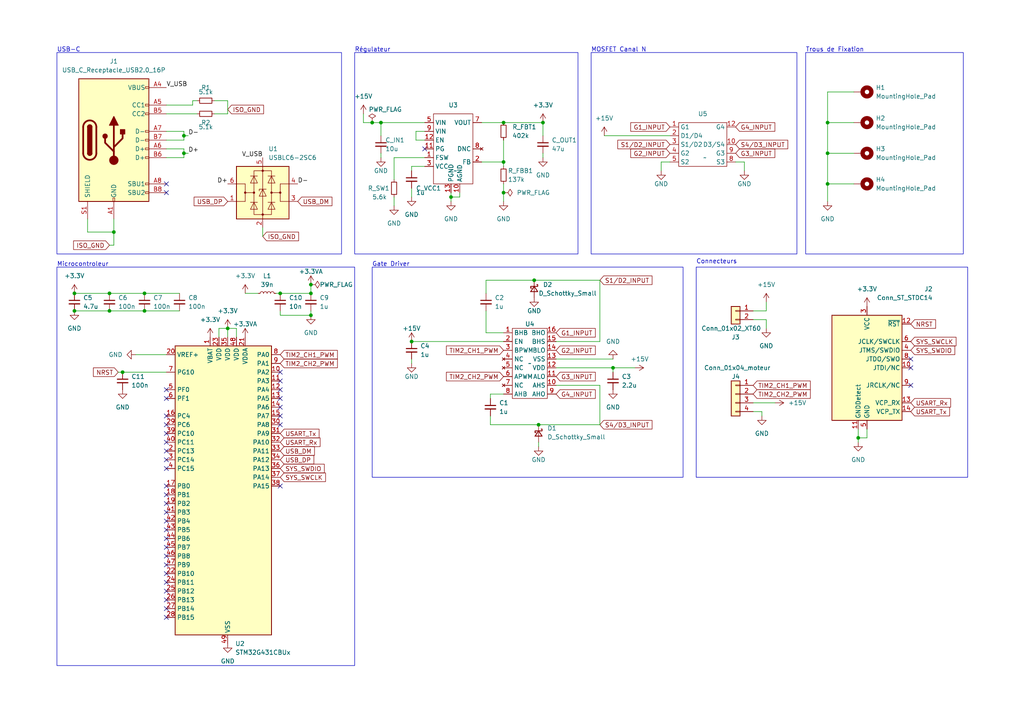
<source format=kicad_sch>
(kicad_sch (version 20230121) (generator eeschema)
  (paper "A4")
  (title_block (title "Carte_Controle_MCC") (company "ENSEA") (comment 1 "Paul CAILLAUD"))
  (lib_symbols
    (symbol "Connector:Conn_ST_STDC14"
      (property "Reference" "J" (at -8.89 16.51 0))
      (property "Value" "Conn_ST_STDC14" (at 17.78 16.51 0))
      (symbol "Conn_ST_STDC14_0_1"
        (rectangle (start -10.16 15.24) (end 10.16 -15.24) (stroke (width 0.254)) (fill (type background)))
      )
      (symbol "Conn_ST_STDC14_1_1"
        (pin no_connect line (at -10.16 5.08 0) (length 2.54) hide (name "NC") (number "1"))
        (pin output line (at 12.7 0 180) (length 2.54) (name "JTDI/NC") (number "10"))
        (pin passive line (at -2.54 -17.78 90) (length 2.54) (name "GNDDetect") (number "11"))
        (pin open_collector line (at 12.7 12.7 180) (length 2.54) (name "~{RST}") (number "12"))
        (pin output line (at 12.7 -10.16 180) (length 2.54) (name "VCP_RX") (number "13"))
        (pin input line (at 12.7 -12.7 180) (length 2.54) (name "VCP_TX") (number "14"))
        (pin no_connect line (at -10.16 2.54 0) (length 2.54) hide (name "NC") (number "2"))
        (pin power_in line (at 0 17.78 270) (length 2.54) (name "VCC") (number "3"))
        (pin bidirectional line (at 12.7 5.08 180) (length 2.54) (name "JTMS/SWDIO") (number "4"))
        (pin power_in line (at 0 -17.78 90) (length 2.54) (name "GND") (number "5"))
        (pin output line (at 12.7 7.62 180) (length 2.54) (name "JCLK/SWCLK") (number "6"))
        (pin passive line (at 0 -17.78 90) (length 2.54) hide (name "GND") (number "7"))
        (pin input line (at 12.7 2.54 180) (length 2.54) (name "JTDO/SWO") (number "8"))
        (pin input line (at 12.7 -5.08 180) (length 2.54) (name "JRCLK/NC") (number "9"))
      )
    )
    (symbol "Connector:USB_C_Receptacle_USB2.0_16P" (pin_names (offset 1.016))
      (property "Reference" "J" (at 0 22.225 0))
      (property "Value" "USB_C_Receptacle_USB2.0_16P" (at 0 19.685 0))
      (symbol "USB_C_Receptacle_USB2.0_16P_0_0"
        (rectangle (start -0.254 -17.78) (end 0.254 -16.764))
        (rectangle (start 10.16 -14.986) (end 9.144 -15.494))
        (rectangle (start 10.16 -12.446) (end 9.144 -12.954))
        (rectangle (start 10.16 -4.826) (end 9.144 -5.334))
        (rectangle (start 10.16 -2.286) (end 9.144 -2.794))
        (rectangle (start 10.16 0.254) (end 9.144 -0.254))
        (rectangle (start 10.16 2.794) (end 9.144 2.286))
        (rectangle (start 10.16 7.874) (end 9.144 7.366))
        (rectangle (start 10.16 10.414) (end 9.144 9.906))
        (rectangle (start 10.16 15.494) (end 9.144 14.986))
      )
      (symbol "USB_C_Receptacle_USB2.0_16P_0_1"
        (rectangle (start -10.16 17.78) (end 10.16 -17.78) (stroke (width 0.254)) (fill (type background)))
        (arc (start -8.89 -3.81) (mid -6.985 -5.7067) (end -5.08 -3.81) (stroke (width 0.508)))
        (arc (start -7.62 -3.81) (mid -6.985 -4.4423) (end -6.35 -3.81) (stroke (width 0.254)))
        (arc (start -7.62 -3.81) (mid -6.985 -4.4423) (end -6.35 -3.81) (stroke (width 0.254)) (fill (type outline)))
        (rectangle (start -7.62 -3.81) (end -6.35 3.81) (stroke (width 0.254)) (fill (type outline)))
        (arc (start -6.35 3.81) (mid -6.985 4.4423) (end -7.62 3.81) (stroke (width 0.254)))
        (arc (start -6.35 3.81) (mid -6.985 4.4423) (end -7.62 3.81) (stroke (width 0.254)) (fill (type outline)))
        (arc (start -5.08 3.81) (mid -6.985 5.7067) (end -8.89 3.81) (stroke (width 0.508)))
        (circle (center -2.54 1.143) (radius 0.635) (stroke (width 0.254)) (fill (type outline)))
        (circle (center 0 -5.842) (radius 1.27) (fill (type outline)))
        (polyline (pts (xy -8.89 -3.81) (xy -8.89 3.81)) (stroke (width 0.508)))
        (polyline (pts (xy -5.08 3.81) (xy -5.08 -3.81)) (stroke (width 0.508)))
        (polyline (pts (xy 0 -5.842) (xy 0 4.318)) (stroke (width 0.508)))
        (polyline (pts (xy 0 -3.302) (xy -2.54 -0.762) (xy -2.54 0.508)) (stroke (width 0.508)))
        (polyline (pts (xy 0 -2.032) (xy 2.54 0.508) (xy 2.54 1.778)) (stroke (width 0.508)))
        (polyline (pts (xy -1.27 4.318) (xy 0 6.858) (xy 1.27 4.318) (xy -1.27 4.318)) (stroke (width 0.254)) (fill (type outline)))
        (rectangle (start 1.905 1.778) (end 3.175 3.048) (stroke (width 0.254)) (fill (type outline)))
      )
      (symbol "USB_C_Receptacle_USB2.0_16P_1_1"
        (pin passive line (at 0 -22.86 90) (length 5.08) (name "GND") (number "A1"))
        (pin passive line (at 0 -22.86 90) (length 5.08) hide (name "GND") (number "A12"))
        (pin passive line (at 15.24 15.24 180) (length 5.08) (name "VBUS") (number "A4"))
        (pin bidirectional line (at 15.24 10.16 180) (length 5.08) (name "CC1") (number "A5"))
        (pin bidirectional line (at 15.24 -2.54 180) (length 5.08) (name "D+") (number "A6"))
        (pin bidirectional line (at 15.24 2.54 180) (length 5.08) (name "D-") (number "A7"))
        (pin bidirectional line (at 15.24 -12.7 180) (length 5.08) (name "SBU1") (number "A8"))
        (pin passive line (at 15.24 15.24 180) (length 5.08) hide (name "VBUS") (number "A9"))
        (pin passive line (at 0 -22.86 90) (length 5.08) hide (name "GND") (number "B1"))
        (pin passive line (at 0 -22.86 90) (length 5.08) hide (name "GND") (number "B12"))
        (pin passive line (at 15.24 15.24 180) (length 5.08) hide (name "VBUS") (number "B4"))
        (pin bidirectional line (at 15.24 7.62 180) (length 5.08) (name "CC2") (number "B5"))
        (pin bidirectional line (at 15.24 -5.08 180) (length 5.08) (name "D+") (number "B6"))
        (pin bidirectional line (at 15.24 0 180) (length 5.08) (name "D-") (number "B7"))
        (pin bidirectional line (at 15.24 -15.24 180) (length 5.08) (name "SBU2") (number "B8"))
        (pin passive line (at 15.24 15.24 180) (length 5.08) hide (name "VBUS") (number "B9"))
        (pin passive line (at -7.62 -22.86 90) (length 5.08) (name "SHIELD") (number "S1"))
      )
    )
    (symbol "Connector_Generic:Conn_01x02" (pin_names (offset 1.016) hide)
      (property "Reference" "J" (at 0 2.54 0))
      (property "Value" "Conn_01x02" (at 0 -5.08 0))
      (symbol "Conn_01x02_1_1"
        (rectangle (start -1.27 -2.413) (end 0 -2.667) (stroke (width 0.1524)))
        (rectangle (start -1.27 0.127) (end 0 -0.127) (stroke (width 0.1524)))
        (rectangle (start -1.27 1.27) (end 1.27 -3.81) (stroke (width 0.254)) (fill (type background)))
        (pin passive line (at -5.08 0 0) (length 3.81) (name "Pin_1") (number "1"))
        (pin passive line (at -5.08 -2.54 0) (length 3.81) (name "Pin_2") (number "2"))
      )
    )
    (symbol "Connector_Generic:Conn_01x04" (pin_names (offset 1.016) hide)
      (property "Reference" "J" (at 0 5.08 0))
      (property "Value" "Conn_01x04" (at 0 -7.62 0))
      (symbol "Conn_01x04_1_1"
        (rectangle (start -1.27 -4.953) (end 0 -5.207) (stroke (width 0.1524)))
        (rectangle (start -1.27 -2.413) (end 0 -2.667) (stroke (width 0.1524)))
        (rectangle (start -1.27 0.127) (end 0 -0.127) (stroke (width 0.1524)))
        (rectangle (start -1.27 2.667) (end 0 2.413) (stroke (width 0.1524)))
        (rectangle (start -1.27 3.81) (end 1.27 -6.35) (stroke (width 0.254)) (fill (type background)))
        (pin passive line (at -5.08 2.54 0) (length 3.81) (name "Pin_1") (number "1"))
        (pin passive line (at -5.08 0 0) (length 3.81) (name "Pin_2") (number "2"))
        (pin passive line (at -5.08 -2.54 0) (length 3.81) (name "Pin_3") (number "3"))
        (pin passive line (at -5.08 -5.08 0) (length 3.81) (name "Pin_4") (number "4"))
      )
    )
    (symbol "Device:C_Small" (pin_numbers hide) (pin_names (offset 0.254) hide)
      (property "Reference" "C" (at 0.254 1.778 0))
      (property "Value" "C_Small" (at 0.254 -2.032 0))
      (symbol "C_Small_0_1"
        (polyline (pts (xy -1.524 -0.508) (xy 1.524 -0.508)) (stroke (width 0.3302)))
        (polyline (pts (xy -1.524 0.508) (xy 1.524 0.508)) (stroke (width 0.3048)))
      )
      (symbol "C_Small_1_1"
        (pin passive line (at 0 2.54 270) (length 2.032) (name "~") (number "1"))
        (pin passive line (at 0 -2.54 90) (length 2.032) (name "~") (number "2"))
      )
    )
    (symbol "Device:D_Schottky_Small" (pin_numbers hide) (pin_names (offset 0.254) hide)
      (property "Reference" "D" (at -1.27 2.032 0))
      (property "Value" "D_Schottky_Small" (at -7.112 -2.032 0))
      (symbol "D_Schottky_Small_0_1"
        (polyline (pts (xy -0.762 0) (xy 0.762 0)))
        (polyline (pts (xy 0.762 -1.016) (xy -0.762 0) (xy 0.762 1.016) (xy 0.762 -1.016)) (stroke (width 0.254)))
        (polyline (pts (xy -1.27 0.762) (xy -1.27 1.016) (xy -0.762 1.016) (xy -0.762 -1.016) (xy -0.254 -1.016) (xy -0.254 -0.762)) (stroke (width 0.254)))
      )
      (symbol "D_Schottky_Small_1_1"
        (pin passive line (at -2.54 0 0) (length 1.778) (name "K") (number "1"))
        (pin passive line (at 2.54 0 180) (length 1.778) (name "A") (number "2"))
      )
    )
    (symbol "Device:L_Small" (pin_numbers hide) (pin_names (offset 0.254) hide)
      (property "Reference" "L" (at 0.762 1.016 0))
      (property "Value" "L_Small" (at 0.762 -1.016 0))
      (symbol "L_Small_0_1"
        (arc (start 0 -2.032) (mid 0.5058 -1.524) (end 0 -1.016))
        (arc (start 0 -1.016) (mid 0.5058 -0.508) (end 0 0))
        (arc (start 0 0) (mid 0.5058 0.508) (end 0 1.016))
        (arc (start 0 1.016) (mid 0.5058 1.524) (end 0 2.032))
      )
      (symbol "L_Small_1_1"
        (pin passive line (at 0 2.54 270) (length 0.508) (name "~") (number "1"))
        (pin passive line (at 0 -2.54 90) (length 0.508) (name "~") (number "2"))
      )
    )
    (symbol "Device:R_Small" (pin_numbers hide) (pin_names (offset 0.254) hide)
      (property "Reference" "R" (at 0.762 0.508 0))
      (property "Value" "R_Small" (at 0.762 -1.016 0))
      (symbol "R_Small_0_1"
        (rectangle (start -0.762 1.778) (end 0.762 -1.778) (stroke (width 0.2032)))
      )
      (symbol "R_Small_1_1"
        (pin passive line (at 0 2.54 270) (length 0.762) (name "~") (number "1"))
        (pin passive line (at 0 -2.54 90) (length 0.762) (name "~") (number "2"))
      )
    )
    (symbol "MCU_ST_STM32G4:STM32G431CBUx"
      (property "Reference" "U" (at -12.7 44.45 0))
      (property "Value" "STM32G431CBUx" (at 10.16 44.45 0))
      (symbol "STM32G431CBUx_0_1"
        (rectangle (start -12.7 -40.64) (end 15.24 43.18) (stroke (width 0.254)) (fill (type background)))
      )
      (symbol "STM32G431CBUx_1_1"
        (pin power_in line (at -2.54 45.72 270) (length 2.54) (name "VBAT") (number "1"))
        (pin bidirectional line (at 17.78 35.56 180) (length 2.54) (name "PA2") (number "10"))
        (pin bidirectional line (at 17.78 33.02 180) (length 2.54) (name "PA3") (number "11"))
        (pin bidirectional line (at 17.78 30.48 180) (length 2.54) (name "PA4") (number "12"))
        (pin bidirectional line (at 17.78 27.94 180) (length 2.54) (name "PA5") (number "13"))
        (pin bidirectional line (at 17.78 25.4 180) (length 2.54) (name "PA6") (number "14"))
        (pin bidirectional line (at 17.78 22.86 180) (length 2.54) (name "PA7") (number "15"))
        (pin bidirectional line (at -15.24 22.86 0) (length 2.54) (name "PC4") (number "16"))
        (pin bidirectional line (at -15.24 2.54 0) (length 2.54) (name "PB0") (number "17"))
        (pin bidirectional line (at -15.24 0 0) (length 2.54) (name "PB1") (number "18"))
        (pin bidirectional line (at -15.24 -2.54 0) (length 2.54) (name "PB2") (number "19"))
        (pin bidirectional line (at -15.24 12.7 0) (length 2.54) (name "PC13") (number "2"))
        (pin input line (at -15.24 40.64 0) (length 2.54) (name "VREF+") (number "20"))
        (pin power_in line (at 7.62 45.72 270) (length 2.54) (name "VDDA") (number "21"))
        (pin bidirectional line (at -15.24 -22.86 0) (length 2.54) (name "PB10") (number "22"))
        (pin power_in line (at 0 45.72 270) (length 2.54) (name "VDD") (number "23"))
        (pin bidirectional line (at -15.24 -25.4 0) (length 2.54) (name "PB11") (number "24"))
        (pin bidirectional line (at -15.24 -27.94 0) (length 2.54) (name "PB12") (number "25"))
        (pin bidirectional line (at -15.24 -30.48 0) (length 2.54) (name "PB13") (number "26"))
        (pin bidirectional line (at -15.24 -33.02 0) (length 2.54) (name "PB14") (number "27"))
        (pin bidirectional line (at -15.24 -35.56 0) (length 2.54) (name "PB15") (number "28"))
        (pin bidirectional line (at -15.24 20.32 0) (length 2.54) (name "PC6") (number "29"))
        (pin bidirectional line (at -15.24 10.16 0) (length 2.54) (name "PC14") (number "3"))
        (pin bidirectional line (at 17.78 20.32 180) (length 2.54) (name "PA8") (number "30"))
        (pin bidirectional line (at 17.78 17.78 180) (length 2.54) (name "PA9") (number "31"))
        (pin bidirectional line (at 17.78 15.24 180) (length 2.54) (name "PA10") (number "32"))
        (pin bidirectional line (at 17.78 12.7 180) (length 2.54) (name "PA11") (number "33"))
        (pin bidirectional line (at 17.78 10.16 180) (length 2.54) (name "PA12") (number "34"))
        (pin power_in line (at 2.54 45.72 270) (length 2.54) (name "VDD") (number "35"))
        (pin bidirectional line (at 17.78 7.62 180) (length 2.54) (name "PA13") (number "36"))
        (pin bidirectional line (at 17.78 5.08 180) (length 2.54) (name "PA14") (number "37"))
        (pin bidirectional line (at 17.78 2.54 180) (length 2.54) (name "PA15") (number "38"))
        (pin bidirectional line (at -15.24 17.78 0) (length 2.54) (name "PC10") (number "39"))
        (pin bidirectional line (at -15.24 7.62 0) (length 2.54) (name "PC15") (number "4"))
        (pin bidirectional line (at -15.24 15.24 0) (length 2.54) (name "PC11") (number "40"))
        (pin bidirectional line (at -15.24 -5.08 0) (length 2.54) (name "PB3") (number "41"))
        (pin bidirectional line (at -15.24 -7.62 0) (length 2.54) (name "PB4") (number "42"))
        (pin bidirectional line (at -15.24 -10.16 0) (length 2.54) (name "PB5") (number "43"))
        (pin bidirectional line (at -15.24 -12.7 0) (length 2.54) (name "PB6") (number "44"))
        (pin bidirectional line (at -15.24 -15.24 0) (length 2.54) (name "PB7") (number "45"))
        (pin bidirectional line (at -15.24 -17.78 0) (length 2.54) (name "PB8") (number "46"))
        (pin bidirectional line (at -15.24 -20.32 0) (length 2.54) (name "PB9") (number "47"))
        (pin power_in line (at 5.08 45.72 270) (length 2.54) (name "VDD") (number "48"))
        (pin power_in line (at 2.54 -43.18 90) (length 2.54) (name "VSS") (number "49"))
        (pin bidirectional line (at -15.24 30.48 0) (length 2.54) (name "PF0") (number "5"))
        (pin bidirectional line (at -15.24 27.94 0) (length 2.54) (name "PF1") (number "6"))
        (pin bidirectional line (at -15.24 35.56 0) (length 2.54) (name "PG10") (number "7"))
        (pin bidirectional line (at 17.78 40.64 180) (length 2.54) (name "PA0") (number "8"))
        (pin bidirectional line (at 17.78 38.1 180) (length 2.54) (name "PA1") (number "9"))
      )
    )
    (symbol "Maker:Gate__Driver_MIC4606-2YTS-TR"
      (property "Reference" "U" (at 0 11.43 0))
      (symbol "Gate__Driver_MIC4606-2YTS-TR_0_1"
        (rectangle (start -5.08 10.16) (end 5.08 -10.16))
      )
      (symbol "Gate__Driver_MIC4606-2YTS-TR_1_1"
        (pin passive line (at -7.62 8.89 0) (length 2.54) (name "BHB") (number "1"))
        (pin passive line (at 7.62 -6.35 180) (length 2.54) (name "AHS") (number "10"))
        (pin power_out line (at 7.62 -3.81 180) (length 2.54) (name "ALO") (number "11"))
        (pin power_in line (at 7.62 -1.27 180) (length 2.54) (name "VDD") (number "12"))
        (pin power_in line (at 7.62 1.27 180) (length 2.54) (name "VSS") (number "13"))
        (pin output line (at 7.62 3.81 180) (length 2.54) (name "BLO") (number "14"))
        (pin passive line (at 7.62 6.35 180) (length 2.54) (name "BHS") (number "15"))
        (pin output line (at 7.62 8.89 180) (length 2.54) (name "BHO") (number "16"))
        (pin input line (at -7.62 6.35 0) (length 2.54) (name "EN") (number "2"))
        (pin input line (at -7.62 3.81 0) (length 2.54) (name "BPWM") (number "3"))
        (pin no_connect line (at -7.62 1.27 0) (length 2.54) (name "NC") (number "4"))
        (pin no_connect line (at -7.62 -1.27 0) (length 2.54) (name "NC") (number "5"))
        (pin input line (at -7.62 -3.81 0) (length 2.54) (name "APWM") (number "6"))
        (pin no_connect line (at -7.62 -6.35 0) (length 2.54) (name "NC") (number "7"))
        (pin passive line (at -7.62 -8.89 0) (length 2.54) (name "AHB") (number "8"))
        (pin output line (at 7.62 -8.89 180) (length 2.54) (name "AHO") (number "9"))
      )
    )
    (symbol "Maker:Mosfet_FDMQ86530L"
      (property "Reference" "U" (at 0 10.16 0))
      (symbol "Mosfet_FDMQ86530L_0_1"
        (rectangle (start -7.62 7.62) (end 6.35 -5.08))
      )
      (symbol "Mosfet_FDMQ86530L_1_1"
        (pin input line (at -10.16 6.35 0) (length 2.54) (name "G1") (number "1"))
        (pin bidirectional line (at 8.89 1.27 180) (length 2.54) (name "D3/S4") (number "10"))
        (pin power_in line (at -10.16 3.81 0) (length 2.54) hide (name "D1/D4") (number "11"))
        (pin input line (at 8.89 6.35 180) (length 2.54) (name "G4") (number "12"))
        (pin power_in line (at -10.16 3.81 0) (length 2.54) hide (name "D1/D4") (number "13"))
        (pin bidirectional line (at -10.16 1.27 0) (length 2.54) hide (name "S1/D2") (number "14"))
        (pin bidirectional line (at 8.89 1.27 180) (length 2.54) hide (name "D3/S4") (number "15"))
        (pin power_in line (at -10.16 3.81 0) (length 2.54) (name "D1/D4") (number "2"))
        (pin bidirectional line (at -10.16 1.27 0) (length 2.54) (name "S1/D2") (number "3"))
        (pin input line (at -10.16 -1.27 0) (length 2.54) (name "G2") (number "4"))
        (pin power_in line (at -10.16 -3.81 0) (length 2.54) (name "S2") (number "5"))
        (pin power_in line (at -10.16 -3.81 0) (length 2.54) hide (name "S2") (number "6"))
        (pin power_in line (at 8.89 -3.81 180) (length 2.54) hide (name "S3") (number "7"))
        (pin power_in line (at 8.89 -3.81 180) (length 2.54) (name "S3") (number "8"))
        (pin input line (at 8.89 -1.27 180) (length 2.54) (name "G3") (number "9"))
      )
    )
    (symbol "Maker:wurth_171013801"
      (property "Reference" "U" (at 0 15.24 0))
      (symbol "wurth_171013801_0_1"
        (rectangle (start -6.35 12.7) (end 5.08 -7.62))
      )
      (symbol "wurth_171013801_1_1"
        (pin input line (at -8.89 0 0) (length 2.54) (name "FSW") (number "1"))
        (pin power_in line (at 1.27 -10.16 90) (length 2.54) (name "AGND") (number "10"))
        (pin output line (at -8.89 2.54 0) (length 2.54) (name "PG") (number "11"))
        (pin power_in line (at -8.89 5.08 0) (length 2.54) (name "EN") (number "12"))
        (pin input line (at -1.27 -10.16 90) (length 2.54) (name "PGND") (number "13"))
        (pin input line (at 7.62 -1.27 180) (length 2.54) (name "FB") (number "2"))
        (pin power_out line (at -8.89 -2.54 0) (length 2.54) (name "VCC") (number "3"))
        (pin power_in line (at -8.89 10.16 0) (length 2.54) hide (name "VIN") (number "4"))
        (pin power_in line (at -8.89 10.16 0) (length 2.54) (name "VIN") (number "5"))
        (pin power_out line (at 7.62 10.16 180) (length 2.54) hide (name "VOUT") (number "6"))
        (pin power_out line (at 7.62 10.16 180) (length 2.54) (name "VOUT") (number "7"))
        (pin no_connect line (at 7.62 2.54 180) (length 2.54) (name "DNC") (number "8"))
        (pin power_out line (at -8.89 7.62 0) (length 2.54) (name "VIN") (number "9"))
      )
    )
    (symbol "Mechanical:MountingHole_Pad" (pin_numbers hide) (pin_names (offset 1.016) hide)
      (property "Reference" "H" (at 0 6.35 0))
      (property "Value" "MountingHole_Pad" (at 0 4.445 0))
      (symbol "MountingHole_Pad_0_1"
        (circle (center 0 1.27) (radius 1.27) (stroke (width 1.27)))
      )
      (symbol "MountingHole_Pad_1_1"
        (pin input line (at 0 -2.54 90) (length 2.54) (name "1") (number "1"))
      )
    )
    (symbol "Power_Protection:USBLC6-2SC6" (pin_names hide)
      (property "Reference" "U" (at 2.54 8.89 0))
      (property "Value" "USBLC6-2SC6" (at 2.54 -8.89 0))
      (symbol "USBLC6-2SC6_0_1"
        (rectangle (start -7.62 -7.62) (end 7.62 7.62) (stroke (width 0.254)) (fill (type background)))
        (circle (center -5.08 0) (radius 0.254) (fill (type outline)))
        (circle (center -2.54 0) (radius 0.254) (fill (type outline)))
        (rectangle (start -2.54 6.35) (end 2.54 -6.35))
        (circle (center 0 -6.35) (radius 0.254) (fill (type outline)))
        (polyline (pts (xy -5.08 -2.54) (xy -7.62 -2.54)))
        (polyline (pts (xy -5.08 0) (xy -5.08 -2.54)))
        (polyline (pts (xy -5.08 2.54) (xy -7.62 2.54)))
        (polyline (pts (xy -1.524 -2.794) (xy -3.556 -2.794)))
        (polyline (pts (xy -1.524 4.826) (xy -3.556 4.826)))
        (polyline (pts (xy 0 -7.62) (xy 0 -6.35)))
        (polyline (pts (xy 0 -6.35) (xy 0 1.27)))
        (polyline (pts (xy 0 1.27) (xy 0 6.35)))
        (polyline (pts (xy 0 6.35) (xy 0 7.62)))
        (polyline (pts (xy 1.524 -2.794) (xy 3.556 -2.794)))
        (polyline (pts (xy 1.524 4.826) (xy 3.556 4.826)))
        (polyline (pts (xy 5.08 -2.54) (xy 7.62 -2.54)))
        (polyline (pts (xy 5.08 0) (xy 5.08 -2.54)))
        (polyline (pts (xy 5.08 2.54) (xy 7.62 2.54)))
        (polyline (pts (xy -2.54 0) (xy -5.08 0) (xy -5.08 2.54)))
        (polyline (pts (xy 2.54 0) (xy 5.08 0) (xy 5.08 2.54)))
        (polyline (pts (xy -3.556 -4.826) (xy -1.524 -4.826) (xy -2.54 -2.794) (xy -3.556 -4.826)))
        (polyline (pts (xy -3.556 2.794) (xy -1.524 2.794) (xy -2.54 4.826) (xy -3.556 2.794)))
        (polyline (pts (xy -1.016 -1.016) (xy 1.016 -1.016) (xy 0 1.016) (xy -1.016 -1.016)))
        (polyline (pts (xy 1.016 1.016) (xy 0.762 1.016) (xy -1.016 1.016) (xy -1.016 0.508)))
        (polyline (pts (xy 3.556 -4.826) (xy 1.524 -4.826) (xy 2.54 -2.794) (xy 3.556 -4.826)))
        (polyline (pts (xy 3.556 2.794) (xy 1.524 2.794) (xy 2.54 4.826) (xy 3.556 2.794)))
        (circle (center 0 6.35) (radius 0.254) (fill (type outline)))
        (circle (center 2.54 0) (radius 0.254) (fill (type outline)))
        (circle (center 5.08 0) (radius 0.254) (fill (type outline)))
      )
      (symbol "USBLC6-2SC6_1_1"
        (pin passive line (at -10.16 -2.54 0) (length 2.54) (name "I/O1") (number "1"))
        (pin passive line (at 0 -10.16 90) (length 2.54) (name "GND") (number "2"))
        (pin passive line (at 10.16 -2.54 180) (length 2.54) (name "I/O2") (number "3"))
        (pin passive line (at 10.16 2.54 180) (length 2.54) (name "I/O2") (number "4"))
        (pin passive line (at 0 10.16 270) (length 2.54) (name "VBUS") (number "5"))
        (pin passive line (at -10.16 2.54 0) (length 2.54) (name "I/O1") (number "6"))
      )
    )
    (symbol "power:+15V" (power) (pin_names (offset 0))
      (property "Value" "+15V" (at 0 3.556 0))
      (symbol "+15V_0_1"
        (polyline (pts (xy -0.762 1.27) (xy 0 2.54)))
        (polyline (pts (xy 0 0) (xy 0 2.54)))
        (polyline (pts (xy 0 2.54) (xy 0.762 1.27)))
      )
      (symbol "+15V_1_1"
        (pin power_in line (at 0 0 90) (length 0) hide (name "+15V") (number "1"))
      )
    )
    (symbol "power:+3.3V" (power) (pin_names (offset 0))
      (property "Value" "+3.3V" (at 0 3.556 0))
      (symbol "+3.3V_0_1"
        (polyline (pts (xy -0.762 1.27) (xy 0 2.54)))
        (polyline (pts (xy 0 0) (xy 0 2.54)))
        (polyline (pts (xy 0 2.54) (xy 0.762 1.27)))
      )
      (symbol "+3.3V_1_1"
        (pin power_in line (at 0 0 90) (length 0) hide (name "+3.3V") (number "1"))
      )
    )
    (symbol "power:+3.3VA" (power) (pin_names (offset 0))
      (property "Value" "+3.3VA" (at 0 3.556 0))
      (symbol "+3.3VA_0_1"
        (polyline (pts (xy -0.762 1.27) (xy 0 2.54)))
        (polyline (pts (xy 0 0) (xy 0 2.54)))
        (polyline (pts (xy 0 2.54) (xy 0.762 1.27)))
      )
      (symbol "+3.3VA_1_1"
        (pin power_in line (at 0 0 90) (length 0) hide (name "+3.3VA") (number "1"))
      )
    )
    (symbol "power:GND" (power) (pin_names (offset 0))
      (property "Value" "GND" (at 0 -3.81 0))
      (symbol "GND_0_1"
        (polyline (pts (xy 0 0) (xy 0 -1.27) (xy 1.27 -1.27) (xy 0 -2.54) (xy -1.27 -1.27) (xy 0 -1.27)))
      )
      (symbol "GND_1_1"
        (pin power_in line (at 0 0 270) (length 0) hide (name "GND") (number "1"))
      )
    )
    (symbol "power:PWR_FLAG" (power) (pin_numbers hide) (pin_names (offset 0) hide)
      (property "Value" "PWR_FLAG" (at 0 3.81 0))
      (symbol "PWR_FLAG_0_0"
        (pin power_out line (at 0 0 90) (length 0) (name "pwr") (number "1"))
      )
      (symbol "PWR_FLAG_0_1"
        (polyline (pts (xy 0 0) (xy 0 1.27) (xy -1.016 1.905) (xy 0 2.54) (xy 1.016 1.905) (xy 0 1.27)))
      )
    )
  )
  (junction (at 90.17 91.44))
  (junction (at 107.95 35.56))
  (junction (at 177.8 106.68))
  (junction (at 146.05 46.99))
  (junction (at 240.03 35.56))
  (junction (at 53.34 44.45))
  (junction (at 21.59 85.09))
  (junction (at 41.91 85.09))
  (junction (at 156.21 123.19))
  (junction (at 154.94 81.28))
  (junction (at 157.48 35.56))
  (junction (at 53.34 39.37))
  (junction (at 240.03 44.45))
  (junction (at 146.05 35.56))
  (junction (at 41.91 90.17))
  (junction (at 33.02 67.31))
  (junction (at 90.17 85.09))
  (junction (at 248.92 127))
  (junction (at 119.38 99.06))
  (junction (at 31.75 85.09))
  (junction (at 130.81 57.15))
  (junction (at 35.56 107.95))
  (junction (at 81.28 85.09))
  (junction (at 66.04 95.25))
  (junction (at 31.75 90.17))
  (junction (at 110.49 35.56))
  (junction (at 146.05 55.88))
  (junction (at 21.59 90.17))
  (junction (at 90.17 82.55))
  (junction (at 240.03 53.34))
  (no_connect (at 48.26 173.99))
  (no_connect (at 48.26 115.57))
  (no_connect (at 48.26 123.19))
  (no_connect (at 48.26 120.65))
  (no_connect (at 48.26 53.34))
  (no_connect (at 48.26 163.83))
  (no_connect (at 48.26 130.81))
  (no_connect (at 48.26 55.88))
  (no_connect (at 81.28 115.57))
  (no_connect (at 48.26 166.37))
  (no_connect (at 48.26 176.53))
  (no_connect (at 264.16 106.68))
  (no_connect (at 48.26 125.73))
  (no_connect (at 81.28 113.03))
  (no_connect (at 264.16 111.76))
  (no_connect (at 48.26 151.13))
  (no_connect (at 48.26 153.67))
  (no_connect (at 123.19 43.18))
  (no_connect (at 48.26 158.75))
  (no_connect (at 48.26 171.45))
  (no_connect (at 48.26 156.21))
  (no_connect (at 48.26 128.27))
  (no_connect (at 48.26 135.89))
  (no_connect (at 81.28 110.49))
  (no_connect (at 48.26 161.29))
  (no_connect (at 81.28 107.95))
  (no_connect (at 48.26 113.03))
  (no_connect (at 81.28 140.97))
  (no_connect (at 48.26 140.97))
  (no_connect (at 48.26 168.91))
  (no_connect (at 48.26 179.07))
  (no_connect (at 48.26 148.59))
  (no_connect (at 48.26 146.05))
  (no_connect (at 264.16 104.14))
  (no_connect (at 81.28 123.19))
  (no_connect (at 81.28 120.65))
  (no_connect (at 81.28 118.11))
  (no_connect (at 48.26 143.51))
  (no_connect (at 48.26 133.35))
  (wire (pts (xy 139.7 35.56) (xy 146.05 35.56)))
  (wire (pts (xy 33.02 63.5) (xy 33.02 67.31)))
  (wire (pts (xy 139.7 46.99) (xy 146.05 46.99)))
  (wire (pts (xy 173.99 123.19) (xy 173.99 111.76)))
  (wire (pts (xy 191.77 46.99) (xy 191.77 49.53)))
  (wire (pts (xy 173.99 111.76) (xy 161.29 111.76)))
  (wire (pts (xy 63.5 97.79) (xy 63.5 95.25)))
  (wire (pts (xy 218.44 90.17) (xy 222.25 90.17)))
  (wire (pts (xy 119.38 104.14) (xy 119.38 105.41)))
  (wire (pts (xy 146.05 96.52) (xy 140.97 96.52)))
  (wire (pts (xy 62.23 29.21) (xy 66.04 29.21)))
  (wire (pts (xy 146.05 40.64) (xy 146.05 46.99)))
  (wire (pts (xy 31.75 85.09) (xy 41.91 85.09)))
  (wire (pts (xy 161.29 106.68) (xy 177.8 106.68)))
  (wire (pts (xy 154.94 81.28) (xy 173.99 81.28)))
  (wire (pts (xy 66.04 95.25) (xy 66.04 97.79)))
  (wire (pts (xy 222.25 90.17) (xy 222.25 87.63)))
  (wire (pts (xy 123.19 38.1) (xy 120.65 38.1)))
  (wire (pts (xy 119.38 48.26) (xy 119.38 49.53)))
  (wire (pts (xy 53.34 38.1) (xy 53.34 39.37)))
  (wire (pts (xy 240.03 53.34) (xy 247.65 53.34)))
  (wire (pts (xy 247.65 26.67) (xy 240.03 26.67)))
  (wire (pts (xy 39.37 102.87) (xy 48.26 102.87)))
  (wire (pts (xy 133.35 55.88) (xy 133.35 57.15)))
  (wire (pts (xy 161.29 104.14) (xy 177.8 104.14)))
  (wire (pts (xy 53.34 40.64) (xy 53.34 39.37)))
  (wire (pts (xy 142.24 120.65) (xy 142.24 123.19)))
  (wire (pts (xy 53.34 43.18) (xy 53.34 44.45)))
  (wire (pts (xy 240.03 44.45) (xy 240.03 53.34)))
  (wire (pts (xy 119.38 99.06) (xy 146.05 99.06)))
  (wire (pts (xy 123.19 45.72) (xy 114.3 45.72)))
  (wire (pts (xy 140.97 81.28) (xy 140.97 85.09)))
  (wire (pts (xy 248.92 124.46) (xy 248.92 127)))
  (wire (pts (xy 53.34 39.37) (xy 54.61 39.37)))
  (wire (pts (xy 63.5 95.25) (xy 66.04 95.25)))
  (wire (pts (xy 55.88 29.21) (xy 57.15 29.21)))
  (wire (pts (xy 110.49 35.56) (xy 110.49 39.37)))
  (wire (pts (xy 140.97 81.28) (xy 154.94 81.28)))
  (wire (pts (xy 130.81 57.15) (xy 133.35 57.15)))
  (wire (pts (xy 146.05 114.3) (xy 142.24 114.3)))
  (wire (pts (xy 157.48 44.45) (xy 157.48 45.72)))
  (wire (pts (xy 146.05 46.99) (xy 146.05 48.26)))
  (wire (pts (xy 80.01 85.09) (xy 81.28 85.09)))
  (wire (pts (xy 110.49 44.45) (xy 110.49 45.72)))
  (wire (pts (xy 53.34 45.72) (xy 53.34 44.45)))
  (wire (pts (xy 107.95 35.56) (xy 110.49 35.56)))
  (wire (pts (xy 21.59 90.17) (xy 31.75 90.17)))
  (wire (pts (xy 156.21 129.54) (xy 156.21 128.27)))
  (wire (pts (xy 123.19 48.26) (xy 119.38 48.26)))
  (wire (pts (xy 222.25 92.71) (xy 222.25 95.25)))
  (wire (pts (xy 55.88 30.48) (xy 55.88 29.21)))
  (wire (pts (xy 48.26 33.02) (xy 57.15 33.02)))
  (wire (pts (xy 90.17 90.17) (xy 90.17 91.44)))
  (wire (pts (xy 218.44 116.84) (xy 224.79 116.84)))
  (wire (pts (xy 81.28 90.17) (xy 81.28 91.44)))
  (wire (pts (xy 120.65 38.1) (xy 120.65 40.64)))
  (wire (pts (xy 240.03 26.67) (xy 240.03 35.56)))
  (wire (pts (xy 142.24 123.19) (xy 156.21 123.19)))
  (wire (pts (xy 34.29 107.95) (xy 35.56 107.95)))
  (wire (pts (xy 53.34 44.45) (xy 54.61 44.45)))
  (wire (pts (xy 248.92 127) (xy 248.92 128.27)))
  (wire (pts (xy 157.48 39.37) (xy 157.48 35.56)))
  (wire (pts (xy 114.3 45.72) (xy 114.3 52.07)))
  (wire (pts (xy 240.03 35.56) (xy 240.03 44.45)))
  (wire (pts (xy 48.26 30.48) (xy 55.88 30.48)))
  (wire (pts (xy 35.56 107.95) (xy 48.26 107.95)))
  (wire (pts (xy 25.4 63.5) (xy 25.4 67.31)))
  (wire (pts (xy 156.21 123.19) (xy 173.99 123.19)))
  (wire (pts (xy 247.65 44.45) (xy 240.03 44.45)))
  (wire (pts (xy 105.41 35.56) (xy 107.95 35.56)))
  (wire (pts (xy 90.17 82.55) (xy 90.17 85.09)))
  (wire (pts (xy 161.29 99.06) (xy 173.99 99.06)))
  (wire (pts (xy 25.4 67.31) (xy 33.02 67.31)))
  (wire (pts (xy 48.26 45.72) (xy 53.34 45.72)))
  (wire (pts (xy 76.2 66.04) (xy 76.2 68.58)))
  (wire (pts (xy 110.49 35.56) (xy 123.19 35.56)))
  (wire (pts (xy 130.81 57.15) (xy 130.81 58.42)))
  (wire (pts (xy 215.9 46.99) (xy 215.9 49.53)))
  (wire (pts (xy 177.8 107.95) (xy 177.8 106.68)))
  (wire (pts (xy 105.41 33.02) (xy 105.41 35.56)))
  (wire (pts (xy 194.31 46.99) (xy 191.77 46.99)))
  (wire (pts (xy 41.91 90.17) (xy 52.07 90.17)))
  (wire (pts (xy 33.02 67.31) (xy 33.02 71.12)))
  (wire (pts (xy 120.65 40.64) (xy 123.19 40.64)))
  (wire (pts (xy 48.26 40.64) (xy 53.34 40.64)))
  (wire (pts (xy 218.44 92.71) (xy 222.25 92.71)))
  (wire (pts (xy 146.05 58.42) (xy 146.05 55.88)))
  (wire (pts (xy 74.93 85.09) (xy 71.12 85.09)))
  (wire (pts (xy 173.99 99.06) (xy 173.99 81.28)))
  (wire (pts (xy 62.23 33.02) (xy 66.04 33.02)))
  (wire (pts (xy 119.38 54.61) (xy 119.38 57.15)))
  (wire (pts (xy 48.26 38.1) (xy 53.34 38.1)))
  (wire (pts (xy 114.3 57.15) (xy 114.3 59.69)))
  (wire (pts (xy 142.24 114.3) (xy 142.24 115.57)))
  (wire (pts (xy 66.04 29.21) (xy 66.04 33.02)))
  (wire (pts (xy 194.31 39.37) (xy 175.26 39.37)))
  (wire (pts (xy 251.46 127) (xy 248.92 127)))
  (wire (pts (xy 31.75 90.17) (xy 41.91 90.17)))
  (wire (pts (xy 90.17 91.44) (xy 81.28 91.44)))
  (wire (pts (xy 41.91 85.09) (xy 52.07 85.09)))
  (wire (pts (xy 81.28 85.09) (xy 90.17 85.09)))
  (wire (pts (xy 220.98 119.38) (xy 220.98 120.65)))
  (wire (pts (xy 240.03 58.42) (xy 240.03 53.34)))
  (wire (pts (xy 140.97 90.17) (xy 140.97 96.52)))
  (wire (pts (xy 213.36 46.99) (xy 215.9 46.99)))
  (wire (pts (xy 21.59 85.09) (xy 31.75 85.09)))
  (wire (pts (xy 68.58 97.79) (xy 68.58 95.25)))
  (wire (pts (xy 157.48 35.56) (xy 146.05 35.56)))
  (wire (pts (xy 218.44 119.38) (xy 220.98 119.38)))
  (wire (pts (xy 33.02 71.12) (xy 31.75 71.12)))
  (wire (pts (xy 68.58 95.25) (xy 66.04 95.25)))
  (wire (pts (xy 251.46 124.46) (xy 251.46 127)))
  (wire (pts (xy 247.65 35.56) (xy 240.03 35.56)))
  (wire (pts (xy 130.81 55.88) (xy 130.81 57.15)))
  (wire (pts (xy 146.05 53.34) (xy 146.05 55.88)))
  (wire (pts (xy 48.26 43.18) (xy 53.34 43.18)))
  (wire (pts (xy 177.8 106.68) (xy 184.15 106.68)))
  (rectangle (start 233.68 15.24) (end 279.4 73.66))
  (rectangle (start 201.93 77.47) (end 280.67 138.43))
  (rectangle (start 171.45 15.24) (end 231.14 73.66))
  (rectangle (start 16.51 77.47) (end 102.87 193.04))
  (rectangle (start 16.51 15.24) (end 99.06 73.66))
  (rectangle (start 102.87 15.24) (end 167.64 73.66))
  (rectangle (start 107.95 77.47) (end 198.12 138.43))
  (text "Régulateur" (at 102.87 15.24 0) (effects (font (size 1.27 1.27)) (justify left bottom)))
  (text "MOSFET Canal N" (at 171.45 15.24 0) (effects (font (size 1.27 1.27)) (justify left bottom)))
  (text "Microcontroleur" (at 16.51 77.47 0) (effects (font (size 1.27 1.27)) (justify left bottom)))
  (text "Trous de Fixation\n" (at 233.68 15.24 0) (effects (font (size 1.27 1.27)) (justify left bottom)))
  (text "Gate Driver" (at 107.95 77.47 0) (effects (font (size 1.27 1.27)) (justify left bottom)))
  (text "Connecteurs\n\n" (at 201.93 78.74 0) (effects (font (size 1.27 1.27)) (justify left bottom)))
  (text "USB-C" (at 16.51 15.24 0) (effects (font (size 1.27 1.27)) (justify left bottom)))
  (label "D+" (at 66.04 53.34 180))
  (label "V_USB" (at 48.26 25.4 0))
  (label "D-" (at 86.36 53.34 0))
  (label "D+" (at 54.61 44.45 0))
  (label "V_USB" (at 76.2 45.72 180))
  (label "D-" (at 54.61 39.37 0))
  (global_label "G2_INPUT" (shape input) (at 161.29 101.6 0) (property "Intersheetrefs" "${INTERSHEET_REFS}" (effects hide)))
  (global_label "USB_DP" (shape input) (at 81.28 133.35 0) (property "Intersheetrefs" "${INTERSHEET_REFS}" (effects hide)))
  (global_label "USB_DM" (shape input) (at 81.28 130.81 0) (property "Intersheetrefs" "${INTERSHEET_REFS}" (effects hide)))
  (global_label "ISO_GND" (shape input) (at 76.2 68.58 0) (property "Intersheetrefs" "${INTERSHEET_REFS}" (effects hide)))
  (global_label "USART_Rx" (shape input) (at 81.28 128.27 0) (property "Intersheetrefs" "${INTERSHEET_REFS}" (effects hide)))
  (global_label "G4_INPUT" (shape input) (at 161.29 114.3 0) (property "Intersheetrefs" "${INTERSHEET_REFS}" (effects hide)))
  (global_label "S1{slash}D2_INPUT" (shape input) (at 194.31 41.91 180) (property "Intersheetrefs" "${INTERSHEET_REFS}" (effects hide)))
  (global_label "ISO_GND" (shape input) (at 66.04 31.75 0) (property "Intersheetrefs" "${INTERSHEET_REFS}" (effects hide)))
  (global_label "NRST" (shape input) (at 264.16 93.98 0) (property "Intersheetrefs" "${INTERSHEET_REFS}" (effects hide)))
  (global_label "G3_INPUT" (shape input) (at 161.29 109.22 0) (property "Intersheetrefs" "${INTERSHEET_REFS}" (effects hide)))
  (global_label "USART_Rx" (shape input) (at 264.16 116.84 0) (property "Intersheetrefs" "${INTERSHEET_REFS}" (effects hide)))
  (global_label "G3_INPUT" (shape input) (at 213.36 44.45 0) (property "Intersheetrefs" "${INTERSHEET_REFS}" (effects hide)))
  (global_label "TIM2_CH2_PWM" (shape input) (at 218.44 114.3 0) (property "Intersheetrefs" "${INTERSHEET_REFS}" (effects hide)))
  (global_label "G2_INPUT" (shape input) (at 194.31 44.45 180) (property "Intersheetrefs" "${INTERSHEET_REFS}" (effects hide)))
  (global_label "USART_Tx" (shape input) (at 81.28 125.73 0) (property "Intersheetrefs" "${INTERSHEET_REFS}" (effects hide)))
  (global_label "SYS_SWDIO" (shape input) (at 81.28 135.89 0) (property "Intersheetrefs" "${INTERSHEET_REFS}" (effects hide)))
  (global_label "S1{slash}D2_INPUT" (shape input) (at 173.99 81.28 0) (property "Intersheetrefs" "${INTERSHEET_REFS}" (effects hide)))
  (global_label "USART_Tx" (shape input) (at 264.16 119.38 0) (property "Intersheetrefs" "${INTERSHEET_REFS}" (effects hide)))
  (global_label "USB_DM" (shape input) (at 86.36 58.42 0) (property "Intersheetrefs" "${INTERSHEET_REFS}" (effects hide)))
  (global_label "TIM2_CH1_PWM" (shape input) (at 81.28 102.87 0) (property "Intersheetrefs" "${INTERSHEET_REFS}" (effects hide)))
  (global_label "S4{slash}D3_INPUT" (shape input) (at 213.36 41.91 0) (property "Intersheetrefs" "${INTERSHEET_REFS}" (effects hide)))
  (global_label "TIM2_CH2_PWM" (shape input) (at 81.28 105.41 0) (property "Intersheetrefs" "${INTERSHEET_REFS}" (effects hide)))
  (global_label "TIM2_CH2_PWM" (shape input) (at 146.05 109.22 180) (property "Intersheetrefs" "${INTERSHEET_REFS}" (effects hide)))
  (global_label "SYS_SWDIO" (shape input) (at 264.16 101.6 0) (property "Intersheetrefs" "${INTERSHEET_REFS}" (effects hide)))
  (global_label "USB_DP" (shape input) (at 66.04 58.42 180) (property "Intersheetrefs" "${INTERSHEET_REFS}" (effects hide)))
  (global_label "SYS_SWCLK" (shape input) (at 81.28 138.43 0) (property "Intersheetrefs" "${INTERSHEET_REFS}" (effects hide)))
  (global_label "S4{slash}D3_INPUT" (shape input) (at 173.99 123.19 0) (property "Intersheetrefs" "${INTERSHEET_REFS}" (effects hide)))
  (global_label "ISO_GND" (shape input) (at 31.75 71.12 180) (property "Intersheetrefs" "${INTERSHEET_REFS}" (effects hide)))
  (global_label "TIM2_CH1_PWM" (shape input) (at 146.05 101.6 180) (property "Intersheetrefs" "${INTERSHEET_REFS}" (effects hide)))
  (global_label "G1_INPUT" (shape input) (at 194.31 36.83 180) (property "Intersheetrefs" "${INTERSHEET_REFS}" (effects hide)))
  (global_label "SYS_SWCLK" (shape input) (at 264.16 99.06 0) (property "Intersheetrefs" "${INTERSHEET_REFS}" (effects hide)))
  (global_label "G4_INPUT" (shape input) (at 213.36 36.83 0) (property "Intersheetrefs" "${INTERSHEET_REFS}" (effects hide)))
  (global_label "NRST" (shape input) (at 34.29 107.95 180) (property "Intersheetrefs" "${INTERSHEET_REFS}" (effects hide)))
  (global_label "G1_INPUT" (shape input) (at 161.29 96.52 0) (property "Intersheetrefs" "${INTERSHEET_REFS}" (effects hide)))
  (global_label "TIM2_CH1_PWM" (shape input) (at 218.44 111.76 0) (property "Intersheetrefs" "${INTERSHEET_REFS}" (effects hide)))
  (symbol (lib_id "power:+15V") (at 105.41 33.02 0) (unit 1)
    (property "Reference" "#PWR01" (effects hide))
    (property "Value" "+15V" (at 105.41 27.94 0))
  )
  (symbol (lib_id "Device:C_Small") (at 41.91 87.63 0) (unit 1)
    (property "Reference" "C7" (at 44.45 86.3663 0) (effects (justify left)))
    (property "Value" "100n" (at 44.45 88.9063 0) (effects (justify left)))
    (property "Footprint" "Capacitor_SMD:C_0201_0603Metric_Pad0.64x0.40mm_HandSolder" (effects hide))
  )
  (symbol (lib_id "Device:C_Small") (at 119.38 52.07 0) (unit 1)
    (property "Reference" "C_VCC1" (at 120.65 54.61 0) (effects (justify left)))
    (property "Value" "1u" (at 120.65 55.88 0) (effects (justify left)))
    (property "Footprint" "Capacitor_SMD:C_0201_0603Metric_Pad0.64x0.40mm_HandSolder" (effects hide))
  )
  (symbol (lib_id "Device:R_Small") (at 59.69 29.21 90) (unit 1)
    (property "Reference" "R1" (at 59.69 25.4 90))
    (property "Value" "5.1k" (at 59.69 26.67 90))
    (property "Footprint" "Resistor_SMD:R_0603_1608Metric_Pad0.98x0.95mm_HandSolder" (effects hide))
  )
  (symbol (lib_id "MCU_ST_STM32G4:STM32G431CBUx") (at 63.5 143.51 0) (unit 1)
    (property "Reference" "U2" (at 68.2341 186.69 0) (effects (justify left)))
    (property "Value" "STM32G431CBUx" (at 68.2341 189.23 0) (effects (justify left)))
    (property "Footprint" "Package_DFN_QFN:QFN-48-1EP_7x7mm_P0.5mm_EP5.6x5.6mm" (effects hide))
    (property "Datasheet" "https://www.st.com/resource/en/datasheet/stm32g431cb.pdf" (effects hide))
  )
  (symbol (lib_id "power:GND") (at 119.38 57.15 0) (unit 1)
    (property "Reference" "#PWR06" (effects hide))
    (property "Value" "GND" (at 119.38 62.23 0))
  )
  (symbol (lib_id "power:GND") (at 90.17 91.44 0) (unit 1)
    (property "Reference" "#PWR028" (effects hide))
    (property "Value" "GND" (at 90.17 96.52 0))
  )
  (symbol (lib_id "Connector:USB_C_Receptacle_USB2.0_16P") (at 33.02 40.64 0) (unit 1)
    (property "Reference" "J1" (at 33.02 17.78 0))
    (property "Value" "USB_C_Receptacle_USB2.0_16P" (at 33.02 20.32 0))
    (property "Footprint" "Connector_USB:USB_C_Receptacle_G-Switch_GT-USB-7010ASV" (effects hide))
    (property "Datasheet" "https://www.usb.org/sites/default/files/documents/usb_type-c.zip" (effects hide))
  )
  (symbol (lib_id "power:GND") (at 157.48 45.72 0) (unit 1)
    (property "Reference" "#PWR04" (effects hide))
    (property "Value" "GND" (at 157.48 50.8 0))
  )
  (symbol (lib_id "Device:R_Small") (at 146.05 50.8 0) (unit 1)
    (property "Reference" "R_FBB1" (at 147.32 49.53 0) (effects (justify left)))
    (property "Value" "137k" (at 147.32 52.07 0) (effects (justify left)))
    (property "Footprint" "Resistor_SMD:R_0603_1608Metric_Pad0.98x0.95mm_HandSolder" (effects hide))
  )
  (symbol (lib_id "power:GND") (at 177.8 104.14 180) (unit 1)
    (property "Reference" "#PWR010" (effects hide))
    (property "Value" "GND" (at 177.8 99.06 0))
  )
  (symbol (lib_id "Device:C_Small") (at 140.97 87.63 0) (unit 1)
    (property "Reference" "C2" (at 143.51 86.3663 0) (effects (justify left)))
    (property "Value" "1u" (at 143.51 88.9063 0) (effects (justify left)))
    (property "Footprint" "Capacitor_SMD:C_0201_0603Metric_Pad0.64x0.40mm_HandSolder" (effects hide))
  )
  (symbol (lib_id "Connector:Conn_ST_STDC14") (at 251.46 106.68 0) (unit 1)
    (property "Reference" "J2" (at 270.51 83.82 0) (effects (justify right)))
    (property "Value" "Conn_ST_STDC14" (at 270.51 86.36 0) (effects (justify right)))
    (property "Footprint" "Connector_PinHeader_1.27mm:PinHeader_2x07_P1.27mm_Vertical_SMD" (effects hide))
    (property "Datasheet" "https://www.st.com/content/ccc/resource/technical/document/user_manual/group1/99/49/91/b6/b2/3a/46/e5/DM00526767/files/DM00526767.pdf/jcr:content/translations/en.DM00526767.pdf" (effects hide))
  )
  (symbol (lib_id "power:GND") (at 114.3 59.69 0) (unit 1)
    (property "Reference" "#PWR03" (effects hide))
    (property "Value" "GND" (at 114.3 64.77 0))
  )
  (symbol (lib_id "Power_Protection:USBLC6-2SC6") (at 76.2 55.88 0) (unit 1)
    (property "Reference" "U1" (at 77.8511 43.18 0) (effects (justify left)))
    (property "Value" "USBLC6-2SC6" (at 77.8511 45.72 0) (effects (justify left)))
    (property "Footprint" "Package_TO_SOT_SMD:SOT-23-6" (effects hide))
    (property "Datasheet" "https://www.st.com/resource/en/datasheet/usblc6-2.pdf" (effects hide))
  )
  (symbol (lib_id "power:+15V") (at 175.26 39.37 0) (unit 1)
    (property "Reference" "#PWR034" (effects hide))
    (property "Value" "+15V" (at 175.26 34.29 0))
  )
  (symbol (lib_id "power:GND") (at 177.8 113.03 0) (unit 1)
    (property "Reference" "#PWR013" (effects hide))
    (property "Value" "GND" (at 177.8 118.11 0))
  )
  (symbol (lib_id "Connector_Generic:Conn_01x02") (at 213.36 90.17 0) (mirror y) (unit 1)
    (property "Reference" "J3" (at 213.36 97.79 0))
    (property "Value" "Conn_01x02_XT60" (at 212.09 95.25 0))
    (property "Footprint" "Connector_AMASS:AMASS_XT60-M_1x02_P7.20mm_Vertical" (effects hide))
  )
  (symbol (lib_id "Mechanical:MountingHole_Pad") (at 250.19 26.67 270) (unit 1)
    (property "Reference" "H1" (at 254 25.4 90) (effects (justify left)))
    (property "Value" "MountingHole_Pad" (at 254 27.94 90) (effects (justify left)))
    (property "Footprint" "MountingHole:MountingHole_3.2mm_M3_DIN965_Pad" (effects hide))
  )
  (symbol (lib_id "power:PWR_FLAG") (at 146.05 55.88 270) (unit 1)
    (property "Reference" "#FLG02" (effects hide))
    (property "Value" "PWR_FLAG" (at 149.86 55.88 90) (effects (justify left)))
  )
  (symbol (lib_id "power:GND") (at 156.21 129.54 0) (unit 1)
    (property "Reference" "#PWR011" (effects hide))
    (property "Value" "GND" (at 156.21 133.35 0))
  )
  (symbol (lib_id "power:+15V") (at 184.15 106.68 270) (unit 1)
    (property "Reference" "#PWR09" (effects hide))
    (property "Value" "+15V" (at 182.88 104.14 90) (effects (justify left)))
  )
  (symbol (lib_id "power:+15V") (at 224.79 116.84 270) (unit 1)
    (property "Reference" "#PWR032" (effects hide))
    (property "Value" "+15V" (at 228.6 116.84 90) (effects (justify left)))
  )
  (symbol (lib_id "Device:D_Schottky_Small") (at 156.21 125.73 270) (unit 1)
    (property "Reference" "D1" (at 158.75 124.206 90) (effects (justify left)))
    (property "Value" "D_Schottky_Small" (at 158.75 126.746 90) (effects (justify left)))
    (property "Footprint" "Diode_SMD:D_0603_1608Metric_Pad1.05x0.95mm_HandSolder" (effects hide))
  )
  (symbol (lib_id "Device:C_Small") (at 142.24 118.11 0) (unit 1)
    (property "Reference" "C1" (at 144.78 116.8463 0) (effects (justify left)))
    (property "Value" "1u" (at 144.78 119.3863 0) (effects (justify left)))
    (property "Footprint" "Capacitor_SMD:C_0201_0603Metric_Pad0.64x0.40mm_HandSolder" (effects hide))
  )
  (symbol (lib_id "Device:D_Schottky_Small") (at 154.94 83.82 270) (unit 1)
    (property "Reference" "D2" (at 157.48 82.55 90) (effects (justify left)))
    (property "Value" "D_Schottky_Small" (at 156.21 85.09 90) (effects (justify left)))
    (property "Footprint" "Diode_SMD:D_0603_1608Metric_Pad1.05x0.95mm_HandSolder" (effects hide))
  )
  (symbol (lib_id "power:+15V") (at 222.25 87.63 0) (unit 1)
    (property "Reference" "#PWR016" (effects hide))
    (property "Value" "+15V" (at 222.25 82.55 0))
  )
  (symbol (lib_id "Device:C_Small") (at 119.38 101.6 0) (unit 1)
    (property "Reference" "C4" (at 121.92 100.33 0) (effects (justify left)))
    (property "Value" "1u" (at 121.92 102.87 0) (effects (justify left)))
    (property "Footprint" "Capacitor_SMD:C_0201_0603Metric_Pad0.64x0.40mm_HandSolder" (effects hide))
  )
  (symbol (lib_id "Device:C_Small") (at 157.48 41.91 0) (unit 1)
    (property "Reference" "C_OUT1" (at 160.02 40.6463 0) (effects (justify left)))
    (property "Value" "47u" (at 160.02 43.1863 0) (effects (justify left)))
    (property "Footprint" "Capacitor_SMD:C_0201_0603Metric_Pad0.64x0.40mm_HandSolder" (effects hide))
  )
  (symbol (lib_id "Device:L_Small") (at 77.47 85.09 90) (unit 1)
    (property "Reference" "L1" (at 77.47 80.01 90))
    (property "Value" "39n" (at 77.47 82.55 90))
    (property "Footprint" "Inductor_SMD:L_0805_2012Metric_Pad1.05x1.20mm_HandSolder" (effects hide))
  )
  (symbol (lib_id "power:GND") (at 220.98 120.65 0) (unit 1)
    (property "Reference" "#PWR035" (effects hide))
    (property "Value" "GND" (at 220.98 125.73 0))
  )
  (symbol (lib_id "power:GND") (at 21.59 90.17 0) (unit 1)
    (property "Reference" "#PWR022" (effects hide))
    (property "Value" "GND" (at 21.59 95.25 0))
  )
  (symbol (lib_id "power:+3.3V") (at 157.48 35.56 0) (unit 1)
    (property "Reference" "#PWR07" (effects hide))
    (property "Value" "+3.3V" (at 157.48 30.48 0))
  )
  (symbol (lib_id "Device:R_Small") (at 114.3 54.61 0) (unit 1)
    (property "Reference" "R_SW1" (at 106.68 54.61 0) (effects (justify left)))
    (property "Value" "5.6k" (at 107.95 57.15 0) (effects (justify left)))
    (property "Footprint" "Resistor_SMD:R_0603_1608Metric_Pad0.98x0.95mm_HandSolder" (effects hide))
  )
  (symbol (lib_id "power:GND") (at 66.04 186.69 0) (unit 1)
    (property "Reference" "#PWR033" (effects hide))
    (property "Value" "GND" (at 66.04 191.77 0))
  )
  (symbol (lib_id "power:+3.3V") (at 60.96 97.79 0) (unit 1)
    (property "Reference" "#PWR023" (effects hide))
    (property "Value" "+3.3V" (at 60.96 92.71 0))
  )
  (symbol (lib_id "power:+3.3V") (at 251.46 88.9 0) (unit 1)
    (property "Reference" "#PWR018" (effects hide))
    (property "Value" "+3.3V" (at 251.46 83.82 0))
  )
  (symbol (lib_id "power:GND") (at 35.56 113.03 0) (unit 1)
    (property "Reference" "#PWR024" (effects hide))
    (property "Value" "GND" (at 35.56 118.11 0))
  )
  (symbol (lib_id "Mechanical:MountingHole_Pad") (at 250.19 35.56 270) (unit 1)
    (property "Reference" "H2" (at 254 34.29 90) (effects (justify left)))
    (property "Value" "MountingHole_Pad" (at 254 36.83 90) (effects (justify left)))
    (property "Footprint" "MountingHole:MountingHole_3.2mm_M3_DIN965_Pad" (effects hide))
  )
  (symbol (lib_id "power:GND") (at 119.38 105.41 0) (unit 1)
    (property "Reference" "#PWR015" (effects hide))
    (property "Value" "GND" (at 119.38 109.22 0))
  )
  (symbol (lib_id "Maker:Gate__Driver_MIC4606-2YTS-TR") (at 153.67 105.41 0) (unit 1)
    (property "Reference" "U4" (at 153.67 93.98 0))
    (property "Value" "~" (at 153.67 105.41 0))
    (property "Footprint" "maker:Gate_Driver_MIC4606-2YTS-TR" (effects hide))
  )
  (symbol (lib_id "Device:C_Small") (at 81.28 87.63 0) (unit 1)
    (property "Reference" "C10" (at 83.82 86.3663 0) (effects (justify left)))
    (property "Value" "10n" (at 83.82 88.9063 0) (effects (justify left)))
    (property "Footprint" "Capacitor_SMD:C_0201_0603Metric_Pad0.64x0.40mm_HandSolder" (effects hide))
  )
  (symbol (lib_id "power:+3.3V") (at 71.12 85.09 0) (unit 1)
    (property "Reference" "#PWR026" (effects hide))
    (property "Value" "+3.3V" (at 71.12 80.01 0))
  )
  (symbol (lib_id "power:+3.3VA") (at 90.17 82.55 0) (unit 1)
    (property "Reference" "#PWR027" (effects hide))
    (property "Value" "+3.3VA" (at 90.17 78.74 0))
  )
  (symbol (lib_id "Mechanical:MountingHole_Pad") (at 250.19 44.45 270) (unit 1)
    (property "Reference" "H3" (at 254 43.18 90) (effects (justify left)))
    (property "Value" "MountingHole_Pad" (at 254 45.72 90) (effects (justify left)))
    (property "Footprint" "MountingHole:MountingHole_3.2mm_M3_DIN965_Pad" (effects hide))
  )
  (symbol (lib_id "power:PWR_FLAG") (at 107.95 35.56 0) (unit 1)
    (property "Reference" "#FLG01" (effects hide))
    (property "Value" "PWR_FLAG" (at 111.76 31.75 0))
  )
  (symbol (lib_id "power:GND") (at 248.92 128.27 0) (unit 1)
    (property "Reference" "#PWR019" (effects hide))
    (property "Value" "GND" (at 248.92 133.35 0))
  )
  (symbol (lib_id "Maker:wurth_171013801") (at 132.08 45.72 0) (unit 1)
    (property "Reference" "U3" (at 131.445 30.48 0))
    (property "Value" "~" (at 132.08 49.53 0))
    (property "Footprint" "maker:wurth_171013801" (effects hide))
  )
  (symbol (lib_id "power:+3.3VA") (at 71.12 97.79 0) (unit 1)
    (property "Reference" "#PWR029" (effects hide))
    (property "Value" "+3.3VA" (at 71.12 93.98 0))
  )
  (symbol (lib_id "Connector_Generic:Conn_01x04") (at 213.36 114.3 0) (mirror y) (unit 1)
    (property "Reference" "J4" (at 214.63 109.22 0) (effects (justify left)))
    (property "Value" "Conn_01x04_moteur" (at 223.52 106.68 0) (effects (justify left)))
    (property "Footprint" "Connector_JST:JST_EH_B4B-EH-A_1x04_P2.50mm_Vertical" (effects hide))
  )
  (symbol (lib_id "Device:C_Small") (at 177.8 110.49 0) (unit 1)
    (property "Reference" "C3" (at 180.34 109.2263 0) (effects (justify left)))
    (property "Value" "2.2u" (at 180.34 111.7663 0) (effects (justify left)))
    (property "Footprint" "Capacitor_SMD:C_0201_0603Metric_Pad0.64x0.40mm_HandSolder" (effects hide))
  )
  (symbol (lib_id "power:GND") (at 222.25 95.25 0) (unit 1)
    (property "Reference" "#PWR017" (effects hide))
    (property "Value" "GND" (at 222.25 100.33 0))
  )
  (symbol (lib_id "power:GND") (at 191.77 49.53 0) (unit 1)
    (property "Reference" "#PWR030" (effects hide))
    (property "Value" "GND" (at 191.77 53.34 0))
  )
  (symbol (lib_id "power:GND") (at 130.81 58.42 0) (unit 1)
    (property "Reference" "#PWR02" (effects hide))
    (property "Value" "GND" (at 130.81 63.5 0))
  )
  (symbol (lib_id "power:GND") (at 154.94 86.36 0) (unit 1)
    (property "Reference" "#PWR012" (effects hide))
    (property "Value" "GND" (at 154.94 90.17 0))
  )
  (symbol (lib_id "power:GND") (at 39.37 102.87 270) (unit 1)
    (property "Reference" "#PWR025" (effects hide))
    (property "Value" "GND" (at 35.56 102.87 90) (effects (justify right)))
  )
  (symbol (lib_id "power:+15V") (at 119.38 99.06 0) (unit 1)
    (property "Reference" "#PWR014" (effects hide))
    (property "Value" "+15V" (at 119.38 95.25 0))
  )
  (symbol (lib_id "Maker:Mosfet_FDMQ86530L") (at 204.47 43.18 0) (unit 1)
    (property "Reference" "U5" (at 203.835 33.02 0))
    (property "Value" "~" (at 204.47 45.72 0))
    (property "Footprint" "maker:Mosfet_FDMQ86530L" (effects hide))
  )
  (symbol (lib_id "Device:R_Small") (at 146.05 38.1 0) (unit 1)
    (property "Reference" "R_FBT1" (at 148.59 36.83 0) (effects (justify left)))
    (property "Value" "402k" (at 148.59 39.37 0) (effects (justify left)))
    (property "Footprint" "Resistor_SMD:R_0603_1608Metric_Pad0.98x0.95mm_HandSolder" (effects hide))
  )
  (symbol (lib_id "power:GND") (at 110.49 45.72 0) (unit 1)
    (property "Reference" "#PWR05" (effects hide))
    (property "Value" "GND" (at 110.49 49.53 0))
  )
  (symbol (lib_id "Device:R_Small") (at 59.69 33.02 270) (unit 1)
    (property "Reference" "R2" (at 59.69 35.56 90))
    (property "Value" "5.1k" (at 59.69 36.83 90))
    (property "Footprint" "Resistor_SMD:R_0603_1608Metric_Pad0.98x0.95mm_HandSolder" (effects hide))
  )
  (symbol (lib_id "Device:C_Small") (at 90.17 87.63 0) (unit 1)
    (property "Reference" "C9" (at 92.71 86.3663 0) (effects (justify left)))
    (property "Value" "1u" (at 92.71 88.9063 0) (effects (justify left)))
    (property "Footprint" "Capacitor_SMD:C_0201_0603Metric_Pad0.64x0.40mm_HandSolder" (effects hide))
  )
  (symbol (lib_id "power:GND") (at 146.05 58.42 0) (unit 1)
    (property "Reference" "#PWR08" (effects hide))
    (property "Value" "GND" (at 146.05 63.5 0))
  )
  (symbol (lib_id "power:GND") (at 215.9 49.53 0) (unit 1)
    (property "Reference" "#PWR031" (effects hide))
    (property "Value" "GND" (at 215.9 53.34 0))
  )
  (symbol (lib_id "power:GND") (at 240.03 58.42 0) (unit 1)
    (property "Reference" "#PWR036" (effects hide))
    (property "Value" "GND" (at 240.03 63.5 0))
  )
  (symbol (lib_id "power:+3.3V") (at 21.59 85.09 0) (unit 1)
    (property "Reference" "#PWR021" (effects hide))
    (property "Value" "+3.3V" (at 21.59 80.01 0))
  )
  (symbol (lib_id "Device:C_Small") (at 110.49 41.91 0) (unit 1)
    (property "Reference" "C_IN1" (at 111.76 40.64 0) (effects (justify left)))
    (property "Value" "10u" (at 111.76 43.18 0) (effects (justify left)))
    (property "Footprint" "Capacitor_SMD:C_0201_0603Metric_Pad0.64x0.40mm_HandSolder" (effects hide))
  )
  (symbol (lib_id "power:PWR_FLAG") (at 90.17 82.55 270) (unit 1)
    (property "Reference" "#FLG03" (effects hide))
    (property "Value" "PWR_FLAG" (at 92.71 82.55 90) (effects (justify left)))
  )
  (symbol (lib_id "Device:C_Small") (at 35.56 110.49 0) (unit 1)
    (property "Reference" "C11" (at 38.1 109.2263 0) (effects (justify left)))
    (property "Value" "100n" (at 38.1 111.7663 0) (effects (justify left)))
    (property "Footprint" "Capacitor_SMD:C_0201_0603Metric_Pad0.64x0.40mm_HandSolder" (effects hide))
  )
  (symbol (lib_id "Device:C_Small") (at 21.59 87.63 0) (unit 1)
    (property "Reference" "C5" (at 24.13 86.3663 0) (effects (justify left)))
    (property "Value" "4.7u" (at 24.13 88.9063 0) (effects (justify left)))
    (property "Footprint" "Capacitor_SMD:C_0201_0603Metric_Pad0.64x0.40mm_HandSolder" (effects hide))
  )
  (symbol (lib_id "Device:C_Small") (at 31.75 87.63 0) (unit 1)
    (property "Reference" "C6" (at 34.29 86.3663 0) (effects (justify left)))
    (property "Value" "100n" (at 34.29 88.9063 0) (effects (justify left)))
    (property "Footprint" "Capacitor_SMD:C_0201_0603Metric_Pad0.64x0.40mm_HandSolder" (effects hide))
  )
  (symbol (lib_id "power:+3.3V") (at 66.04 95.25 0) (unit 1)
    (property "Reference" "#PWR020" (effects hide))
    (property "Value" "+3.3V" (at 66.04 90.17 0))
  )
  (symbol (lib_id "Mechanical:MountingHole_Pad") (at 250.19 53.34 270) (unit 1)
    (property "Reference" "H4" (at 254 52.07 90) (effects (justify left)))
    (property "Value" "MountingHole_Pad" (at 254 54.61 90) (effects (justify left)))
    (property "Footprint" "MountingHole:MountingHole_3.2mm_M3_DIN965_Pad" (effects hide))
  )
  (symbol (lib_id "Device:C_Small") (at 52.07 87.63 0) (unit 1)
    (property "Reference" "C8" (at 54.61 86.3663 0) (effects (justify left)))
    (property "Value" "100n" (at 54.61 88.9063 0) (effects (justify left)))
    (property "Footprint" "Capacitor_SMD:C_0201_0603Metric_Pad0.64x0.40mm_HandSolder" (effects hide))
  )
)
</source>
